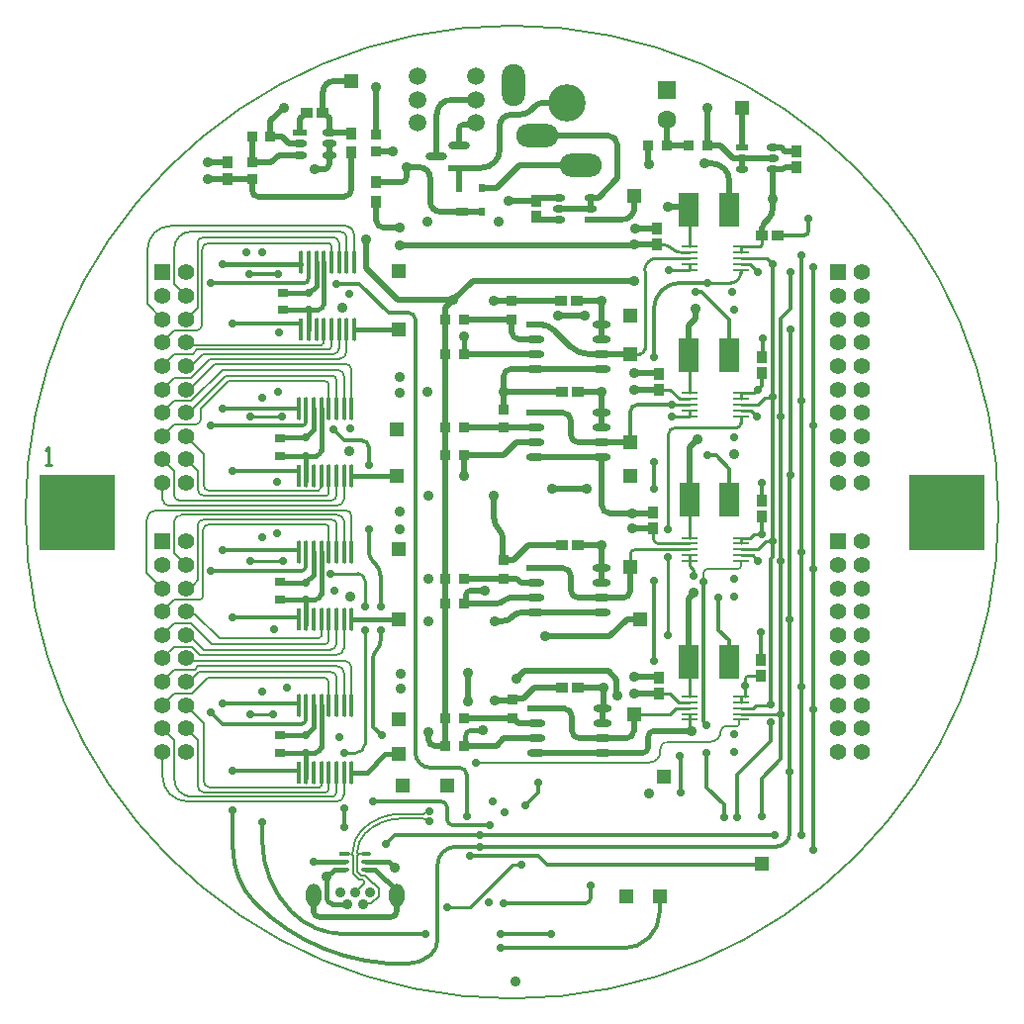
<source format=gtl>
G04*
G04 #@! TF.GenerationSoftware,Altium Limited,Altium Designer,23.3.1 (30)*
G04*
G04 Layer_Physical_Order=1*
G04 Layer_Color=255*
%FSLAX25Y25*%
%MOIN*%
G70*
G04*
G04 #@! TF.SameCoordinates,7FDB2B4D-D7D5-4B3D-9FC9-9F88D19D1CF5*
G04*
G04*
G04 #@! TF.FilePolarity,Positive*
G04*
G01*
G75*
%ADD10C,0.00984*%
%ADD12C,0.01575*%
%ADD13C,0.00787*%
%ADD14C,0.01968*%
%ADD20R,0.03381X0.03591*%
%ADD21R,0.03788X0.03681*%
%ADD22O,0.03300X0.01600*%
%ADD23R,0.03300X0.01600*%
%ADD24R,0.05512X0.00984*%
%ADD25O,0.05512X0.00984*%
%ADD26O,0.04724X0.02362*%
%ADD27R,0.04724X0.02362*%
G04:AMPARAMS|DCode=28|XSize=73.79mil|YSize=24.1mil|CornerRadius=12.05mil|HoleSize=0mil|Usage=FLASHONLY|Rotation=180.000|XOffset=0mil|YOffset=0mil|HoleType=Round|Shape=RoundedRectangle|*
%AMROUNDEDRECTD28*
21,1,0.07379,0.00000,0,0,180.0*
21,1,0.04969,0.02410,0,0,180.0*
1,1,0.02410,-0.02485,0.00000*
1,1,0.02410,0.02485,0.00000*
1,1,0.02410,0.02485,0.00000*
1,1,0.02410,-0.02485,0.00000*
%
%ADD28ROUNDEDRECTD28*%
%ADD29R,0.07379X0.02410*%
%ADD30R,0.03500X0.04000*%
%ADD31R,0.03543X0.03150*%
%ADD32R,0.07087X0.11811*%
%ADD33R,0.03591X0.03970*%
%ADD34R,0.03591X0.04166*%
%ADD35R,0.03591X0.03775*%
%ADD36R,0.04166X0.03591*%
%ADD37R,0.01657X0.07699*%
G04:AMPARAMS|DCode=38|XSize=76.99mil|YSize=16.57mil|CornerRadius=8.28mil|HoleSize=0mil|Usage=FLASHONLY|Rotation=90.000|XOffset=0mil|YOffset=0mil|HoleType=Round|Shape=RoundedRectangle|*
%AMROUNDEDRECTD38*
21,1,0.07699,0.00000,0,0,90.0*
21,1,0.06042,0.01657,0,0,90.0*
1,1,0.01657,0.00000,0.03021*
1,1,0.01657,0.00000,-0.03021*
1,1,0.01657,0.00000,-0.03021*
1,1,0.01657,0.00000,0.03021*
%
%ADD38ROUNDEDRECTD38*%
%ADD39R,0.04134X0.02362*%
%ADD40O,0.04134X0.02362*%
%ADD41R,0.03591X0.03381*%
%ADD42O,0.06102X0.02362*%
%ADD43R,0.06102X0.02362*%
%ADD44R,0.02362X0.02756*%
%ADD45R,0.03937X0.02756*%
%ADD56C,0.06299*%
%ADD57R,0.05512X0.05512*%
%ADD61C,0.05906*%
%ADD67C,0.01181*%
%ADD68C,0.01000*%
%ADD69C,0.03543*%
%ADD70O,0.05118X0.07874*%
%ADD71R,0.05118X0.05118*%
%ADD72R,0.06299X0.06299*%
%ADD73R,0.25591X0.25591*%
%ADD74C,0.05512*%
%ADD75C,0.12598*%
%ADD76O,0.14173X0.07874*%
%ADD77O,0.07874X0.14173*%
%ADD78R,0.05118X0.05118*%
%ADD79C,0.02756*%
D10*
X73794Y77264D02*
G03*
X77067Y80536I0J3272D01*
G01*
X41512Y-12622D02*
G03*
X39862Y-14272I0J-1650D01*
G01*
X47638Y-8957D02*
G03*
X49335Y-10654I1697J0D01*
G01*
X54134Y88583D02*
G03*
X50351Y90150I-3783J-3783D01*
G01*
X54134Y88583D02*
G03*
X56833Y87465I2699J2699D01*
G01*
X43139Y53228D02*
G03*
X44685Y54773I0J1546D01*
G01*
X48882Y85496D02*
G03*
X44685Y81299I0J-4197D01*
G01*
X55020Y28445D02*
G03*
X52658Y26083I0J-2362D01*
G01*
X75689Y28445D02*
G03*
X77067Y29823I0J1378D01*
G01*
X-49508Y-23130D02*
G03*
X-51968Y-20669I-2461J0D01*
G01*
X-52658Y-81201D02*
G03*
X-49508Y-78051I0J3150D01*
G01*
X79815Y-55224D02*
G03*
X78556Y-56484I0J-1259D01*
G01*
X59744Y-73819D02*
Y-69980D01*
Y-16559D02*
Y-14591D01*
Y-18209D02*
Y-16559D01*
X65945Y77264D02*
X73794D01*
X52658Y-41437D02*
Y-15280D01*
X61024Y-21654D02*
Y-19488D01*
X59744Y-18209D02*
X61024Y-19488D01*
X41512Y-12622D02*
X59744D01*
X39862Y-18504D02*
Y-14272D01*
X197Y-118701D02*
X3051D01*
X-14272Y-133169D02*
X197Y-118701D01*
X77067Y-64075D02*
Y-62106D01*
X47638Y-8957D02*
Y-5520D01*
X49335Y-10654D02*
X59744D01*
X48720Y90150D02*
X50351D01*
X56833Y87465D02*
X59744D01*
X44685Y54773D02*
Y81299D01*
X52658Y-5709D02*
Y26083D01*
X55020Y28445D02*
X75689D01*
X77067Y80536D02*
Y81559D01*
X-49508Y-31693D02*
Y-23130D01*
X-61024Y-20669D02*
X-51968D01*
X-56595Y-81201D02*
X-52658D01*
X-21850Y-133169D02*
X-14272D01*
X39764Y53228D02*
X43139D01*
X48882Y85496D02*
X59744D01*
X-49508Y-78051D02*
Y-39665D01*
X41043Y-68012D02*
X53051D01*
X41043D02*
X41043D01*
X82721Y36264D02*
X85094Y38637D01*
X77067Y36264D02*
X82721D01*
X85094Y38637D02*
X87456D01*
X77067Y29823D02*
Y32327D01*
X81363Y40201D02*
X82296Y41134D01*
X77067Y40201D02*
X81363D01*
X78556Y-58551D02*
Y-56484D01*
X78543Y-62106D02*
Y-58563D01*
X79815Y-55224D02*
X83760D01*
X-88284Y-68015D02*
X-80424D01*
X85563Y-9909D02*
X87795D01*
X82850Y-12622D02*
X85563Y-9909D01*
X77067Y-12622D02*
X82850D01*
X81496Y-7382D02*
X84252D01*
X53051Y-68012D02*
X55020Y-66043D01*
X49606Y-61130D02*
X53158D01*
X56102Y-64075D02*
X59744D01*
X53158Y-61130D02*
X56102Y-64075D01*
X55020Y-66043D02*
X59744D01*
X53992Y32327D02*
X59744D01*
X77067Y-68012D02*
X90551D01*
X86767Y-65004D02*
X87106Y-64665D01*
X82141Y-65004D02*
X86767D01*
X81102Y-66043D02*
X82141Y-65004D01*
X78543Y-58563D02*
X78556Y-58551D01*
X77067Y-66043D02*
X81102D01*
X81126Y-14591D02*
X82874Y-16339D01*
X77067Y-14591D02*
X81126D01*
X85862Y85496D02*
X87697Y83661D01*
X77067Y85496D02*
X85862D01*
X77067Y83528D02*
X80252D01*
X82874Y80905D01*
X80568Y34295D02*
X82677Y32186D01*
X77067Y34295D02*
X80568D01*
X-88287Y32186D02*
X-77363D01*
X-88287Y-16437D02*
X-77264D01*
X59744Y32327D02*
Y34295D01*
X77067Y38232D02*
Y40201D01*
X53980Y36264D02*
X59744D01*
X56354Y38232D02*
X59744D01*
X53256Y41331D02*
X56354Y38232D01*
X49606Y41331D02*
X53256D01*
X52819Y81559D02*
X59744D01*
X59744Y4232D02*
X59744Y4232D01*
Y-8685D02*
Y4232D01*
Y89433D02*
Y99409D01*
X59646Y50984D02*
X59744Y50886D01*
Y40201D02*
Y50886D01*
Y81559D02*
Y83528D01*
X77067Y89433D02*
X83528D01*
X84343Y90248D01*
Y93307D01*
X77067Y-10654D02*
Y-8685D01*
X80193D02*
X81496Y-7382D01*
X77067Y-8685D02*
X80193D01*
X59744Y-62106D02*
Y-50689D01*
Y-69980D02*
Y-68012D01*
X77067Y87465D02*
Y89433D01*
D12*
X-13681Y-73524D02*
G03*
X-15707Y-75550I0J-2026D01*
G01*
X-62500Y-129921D02*
G03*
X-60335Y-132087I2165J0D01*
G01*
X-66339Y-29528D02*
G03*
X-64272Y-27461I0J2067D01*
G01*
X-65453Y68105D02*
G03*
X-63386Y70172I0J2067D01*
G01*
X-66142Y18898D02*
G03*
X-64272Y20768I0J1870D01*
G01*
X-66339Y-81102D02*
G03*
X-64272Y-79036I0J2067D01*
G01*
X-13681Y-73524D02*
X-9843D01*
X-15707Y-78175D02*
Y-75550D01*
X-16233Y-78701D02*
X-15707Y-78175D01*
X-46046Y-120420D02*
X-38850Y-127616D01*
X-49200Y-120420D02*
X-46046D01*
X-66929Y-117815D02*
Y-117815D01*
X-56504D01*
X-62402Y-122835D02*
X-59982Y-120415D01*
X-62500Y-129921D02*
Y-122933D01*
X-59982Y-120415D02*
X-56504D01*
X-60335Y-132087D02*
X-55413D01*
X-48820Y-87698D02*
X-42717Y-81595D01*
X-54035Y-87698D02*
X-48820D01*
X-42717Y-81595D02*
X-38287D01*
X-69390Y-29528D02*
X-66339D01*
X-68504Y68105D02*
X-65453D01*
X-69390Y18898D02*
X-66142D01*
X-64272Y20768D02*
Y34942D01*
X-69390Y-81102D02*
X-66339D01*
X-71101Y83563D02*
Y83661D01*
X-97441D02*
X-71101D01*
X-54035Y12302D02*
X-38780D01*
X-49204Y-117815D02*
X-41535D01*
X-39370Y-119980D01*
X-69390Y-89470D02*
Y-87698D01*
X-78002Y-75246D02*
X-69439D01*
X-69390Y-75124D02*
X-66831Y-72565D01*
X-54035Y-36124D02*
X-38091D01*
X-78051Y-23622D02*
X-78018Y-23655D01*
X-69433D01*
X-77165Y74011D02*
X-76974Y73819D01*
X-68405D01*
X-77658Y25197D02*
X-69390D01*
X-66831Y27756D01*
Y34942D01*
Y-72565D02*
Y-65057D01*
X-77101Y68169D02*
X-68696D01*
X-77165Y68105D02*
X-77101Y68169D01*
X-68405Y73819D02*
X-65945Y76279D01*
Y84150D01*
X-64272Y-27461D02*
Y-13483D01*
X-69390Y-37895D02*
Y-36124D01*
X-78051Y-29528D02*
X-69390D01*
X-66831Y-21063D02*
Y-13483D01*
X-69390Y-23622D02*
X-66831Y-21063D01*
X-16237Y53231D02*
Y59249D01*
X-16240Y59252D02*
X-16237Y59249D01*
Y53231D02*
X-16233Y53228D01*
X-38091Y61509D02*
X-38091Y61509D01*
X-53150Y61509D02*
X-38091D01*
X-64272Y-79036D02*
Y-65057D01*
X-63386Y70172D02*
Y84150D01*
X-68504Y61509D02*
Y68105D01*
X-68504Y61509D02*
X-68504Y61509D01*
X-78051Y18898D02*
X-69390D01*
Y12302D02*
Y18898D01*
X-69390Y12302D02*
X-69390Y12302D01*
X-69390Y10530D02*
Y12302D01*
X-69390Y-36124D02*
Y-29528D01*
X-69390Y-36124D02*
X-69390Y-36124D01*
X-69390Y-87698D02*
X-69390Y-87698D01*
Y-81102D01*
X-78051D02*
X-69390D01*
D13*
X75689Y-72146D02*
G03*
X76642Y-71192I0J953D01*
G01*
X-37315Y-103248D02*
G03*
X-49532Y-108296I0J-17310D01*
G01*
X-37325Y-101673D02*
G03*
X-50651Y-107187I11J-18885D01*
G01*
X-49532Y-108296D02*
G03*
X-52067Y-114349I6054J-6092D01*
G01*
X-50651Y-107187D02*
G03*
X-53642Y-114428I7173J-7201D01*
G01*
X-52067Y-114723D02*
G03*
X-51837Y-114984I2177J1684D01*
G01*
X-28709Y-103740D02*
G03*
X-29897Y-103248I-1188J-1188D01*
G01*
X-51837Y-114984D02*
G03*
X-51279Y-115215I557J556D01*
G01*
X-29897Y-101673D02*
G03*
X-28709Y-101181I0J1680D01*
G01*
X-28543Y-103906D02*
G03*
X-27756Y-104232I787J787D01*
G01*
Y-100689D02*
G03*
X-28543Y-101015I0J-1114D01*
G01*
X-53872Y-114984D02*
G03*
X-53642Y-114428I-557J557D01*
G01*
X66043Y-19094D02*
G03*
X64468Y-20669I0J-1575D01*
G01*
X76181Y-19094D02*
G03*
X77067Y-18209I0J886D01*
G01*
X-114764Y96457D02*
G03*
X-122835Y88386I0J-8071D01*
G01*
X-106588Y29533D02*
G03*
X-104823Y31299I0J1766D01*
G01*
X-105412Y-29625D02*
G03*
X-104035Y-28248I0J1376D01*
G01*
X-54035Y-52658D02*
G03*
X-56693Y-50000I-2657J0D01*
G01*
X-56595Y-54134D02*
G03*
X-58760Y-51968I-2165J0D01*
G01*
X-59153Y-55610D02*
G03*
X-60827Y-53937I-1673J0D01*
G01*
X-61713Y-57579D02*
G03*
X-63583Y-55709I-1870J0D01*
G01*
X-59055Y-48130D02*
G03*
X-56595Y-45669I0J2461D01*
G01*
X-61122Y-46358D02*
G03*
X-59153Y-44390I0J1969D01*
G01*
X-62992Y-44587D02*
G03*
X-61713Y-43307I0J1280D01*
G01*
X-65059Y-42618D02*
G03*
X-64272Y-41831I0J787D01*
G01*
X-58957Y-97539D02*
G03*
X-56595Y-95177I0J2362D01*
G01*
X-60728Y-95965D02*
G03*
X-59153Y-94390I0J1575D01*
G01*
X-62795Y-94390D02*
G03*
X-61713Y-93307I0J1083D01*
G01*
X-64961Y-92815D02*
G03*
X-64272Y-92126I0J689D01*
G01*
X-105807Y7480D02*
G03*
X-103839Y5512I1969J0D01*
G01*
Y8858D02*
G03*
X-102252Y7271I1587J0D01*
G01*
X-113779Y5610D02*
G03*
X-112106Y3937I1673J0D01*
G01*
X-117717Y4331D02*
G03*
X-115551Y2165I2165J0D01*
G01*
X-119980Y591D02*
G03*
X-123031Y-2461I0J-3051D01*
G01*
X-111614Y-984D02*
G03*
X-113779Y-3150I0J-2165D01*
G01*
X-102165Y-4134D02*
G03*
X-104035Y-6004I0J-1870D01*
G01*
Y-2559D02*
G03*
X-105807Y-4331I0J-1772D01*
G01*
X-54035Y-1378D02*
G03*
X-56004Y591I-1969J0D01*
G01*
X-56595Y-3051D02*
G03*
X-58661Y-984I-2067J0D01*
G01*
X-59055Y-4134D02*
G03*
X-60630Y-2559I-1575J0D01*
G01*
X-61713Y-5217D02*
G03*
X-62795Y-4134I-1083J0D01*
G01*
X-58858Y2165D02*
G03*
X-56595Y4429I0J2264D01*
G01*
X-60728Y3937D02*
G03*
X-59153Y5512I0J1575D01*
G01*
X-62697D02*
G03*
X-61713Y6496I0J984D01*
G01*
X-65217Y7271D02*
G03*
X-64373Y8115I0J844D01*
G01*
X-64075Y56299D02*
G03*
X-63386Y56988I0J689D01*
G01*
X-62008Y54724D02*
G03*
X-60827Y55905I0J1181D01*
G01*
X-60335Y53150D02*
G03*
X-58268Y55216I0J2067D01*
G01*
Y51575D02*
G03*
X-55709Y54134I0J2559D01*
G01*
X-54035Y47835D02*
G03*
X-56201Y50000I-2165J0D01*
G01*
X-56595Y45768D02*
G03*
X-58760Y47933I-2165J0D01*
G01*
X-59153Y44587D02*
G03*
X-60532Y45965I-1378J0D01*
G01*
X-61713Y42913D02*
G03*
X-62894Y44094I-1181J0D01*
G01*
X-106687Y61030D02*
G03*
X-104331Y63386I0J2356D01*
G01*
X-108169Y94488D02*
G03*
X-113779Y88878I0J-5610D01*
G01*
X-102362Y90551D02*
G03*
X-104331Y88583I0J-1969D01*
G01*
X-104134Y92520D02*
G03*
X-105905Y90748I0J-1772D01*
G01*
X-53150Y93142D02*
G03*
X-56464Y96457I-3315J0D01*
G01*
X-55709Y92421D02*
G03*
X-57776Y94488I-2067J0D01*
G01*
X-58268Y90748D02*
G03*
X-60039Y92520I-1772J0D01*
G01*
X-60827Y89567D02*
G03*
X-61811Y90551I-984J0D01*
G01*
X46332Y-84350D02*
G03*
X50000Y-80682I0J3668D01*
G01*
X52362Y-77362D02*
G03*
X50000Y-79724I0J-2362D01*
G01*
X66831Y-77362D02*
G03*
X70374Y-73819I0J3543D01*
G01*
X72047Y-72146D02*
G03*
X70374Y-73819I0J-1673D01*
G01*
X-103839Y-90748D02*
G03*
X-101772Y-92815I2067J0D01*
G01*
X-105807Y-92520D02*
G03*
X-103937Y-94390I1870J0D01*
G01*
X-117717Y-89056D02*
G03*
X-109234Y-97539I8483J0D01*
G01*
X-113779Y-89961D02*
G03*
X-107776Y-95965I6004J0D01*
G01*
X-12303Y-84350D02*
X-12303Y-84350D01*
X46332D01*
X72047Y-72146D02*
X75689D01*
X76642Y-71192D02*
Y-70071D01*
X-37318Y-101673D02*
X-29897D01*
X-37315Y-103248D02*
X-29897D01*
X-37325Y-101673D02*
X-37318Y-101673D01*
X-52067Y-114723D02*
Y-114349D01*
X-28709Y-103740D02*
X-28543Y-103906D01*
X-51279Y-115215D02*
X-49204D01*
X-51837Y-114984D02*
X-51837Y-114984D01*
X-28709Y-101181D02*
X-28543Y-101015D01*
X-56504Y-115215D02*
X-54429D01*
X-44783Y-129373D02*
Y-126927D01*
X-52067Y-121204D02*
Y-115676D01*
X-51606Y-115215D01*
X-46797Y-125197D02*
X-46513D01*
X-44783Y-126927D01*
X-49598Y-122396D02*
X-46797Y-125197D01*
X-47343Y-131932D02*
X-44783Y-129373D01*
X-50140Y-131932D02*
X-47343D01*
X-50875Y-122396D02*
X-49598D01*
X-52067Y-121204D02*
X-50875Y-122396D01*
X-50295Y-132087D02*
X-50140Y-131932D01*
X-50250Y-123971D02*
X-49789Y-124432D01*
X-51527Y-123971D02*
X-50250D01*
X-49789Y-125084D02*
Y-124432D01*
X-52854Y-128150D02*
X-49789Y-125084D01*
X-53642Y-121856D02*
Y-115676D01*
X-54103Y-115215D02*
X-53642Y-115676D01*
Y-121856D02*
X-51527Y-123971D01*
X64468Y-23622D02*
Y-20669D01*
X66043Y-19094D02*
X76181D01*
X-122835Y70085D02*
Y88386D01*
Y70085D02*
X-117717Y64967D01*
X-113779Y29533D02*
X-106588D01*
X-113779Y-29625D02*
X-105412D01*
X-104035Y-28248D02*
Y-6004D01*
X-108200Y-50000D02*
X-56693D01*
X-54035Y-65057D02*
Y-52658D01*
X-56595Y-65057D02*
Y-54134D01*
X-105703Y-51968D02*
X-58760D01*
X-59153Y-65057D02*
Y-55610D01*
X-105444Y-53937D02*
X-60827D01*
X-102362Y-55709D02*
X-63583D01*
X-61713Y-65057D02*
Y-57579D01*
X-105020Y-48130D02*
X-59055D01*
X-56595Y-45669D02*
Y-36124D01*
X-103974Y-46358D02*
X-61122D01*
X-101044Y-44587D02*
X-62992D01*
X-98622Y-42618D02*
X-65059D01*
X-61713Y-43307D02*
Y-36124D01*
X-59153Y-44390D02*
Y-36124D01*
X-109234Y-97539D02*
X-58957D01*
X-107776Y-95965D02*
X-60728D01*
X-103937Y-94390D02*
X-62795D01*
X-61713Y-93307D02*
Y-87698D01*
X-59153Y-94390D02*
Y-87698D01*
X-56595Y-95177D02*
Y-87698D01*
X-101772Y-92815D02*
X-64961D01*
X-109843Y17722D02*
X-105807Y13687D01*
Y7480D02*
Y13687D01*
X-103839Y8858D02*
Y19593D01*
X-102252Y7271D02*
X-65217D01*
X-103839Y5512D02*
X-62697D01*
X-113779Y5610D02*
Y13785D01*
X-112106Y3937D02*
X-60728D01*
X-117717Y4331D02*
Y9849D01*
X-115551Y2165D02*
X-58858D01*
X-123031Y-20372D02*
Y-2461D01*
X-119980Y591D02*
X-56004D01*
X-111614Y-984D02*
X-58661D01*
X-113779Y-13876D02*
Y-3150D01*
X-102165Y-4134D02*
X-62795D01*
X-104035Y-2559D02*
X-60630D01*
X-105807Y-22933D02*
Y-4331D01*
X-54035Y-13483D02*
Y-1378D01*
X-56595Y-13483D02*
Y-3051D01*
X-59055Y-13384D02*
Y-4134D01*
X-61713Y-13483D02*
Y-5217D01*
X-59153Y5512D02*
Y12302D01*
X-56595Y4429D02*
Y12302D01*
X-109049Y56299D02*
X-64075D01*
X-106004Y54724D02*
X-62008D01*
X-60827Y55905D02*
Y61509D01*
X-104232Y53150D02*
X-60335D01*
X-58268Y55216D02*
Y61509D01*
X-101839Y51575D02*
X-58268D01*
X-55709Y54134D02*
Y61509D01*
X-54035Y34942D02*
Y47835D01*
X-100000Y50000D02*
X-56201D01*
X-56595Y34942D02*
Y45768D01*
X-97638Y47933D02*
X-58760D01*
X-59153Y34942D02*
Y44587D01*
X-96358Y45965D02*
X-60532D01*
X-61713Y34942D02*
Y42913D01*
X-95472Y44094D02*
X-62894D01*
X-104823Y31299D02*
Y34744D01*
X-104331Y63386D02*
Y88583D01*
X-111473Y61030D02*
X-106687D01*
X-113779Y76778D02*
X-109843Y72841D01*
X-114764Y96457D02*
X-56464D01*
X-108169Y94488D02*
X-57776D01*
X-113779Y76778D02*
Y88878D01*
X-102362Y90551D02*
X-61811D01*
X-105905Y68904D02*
Y90748D01*
X-104134Y92520D02*
X-60039D01*
X-53150Y84150D02*
Y93142D01*
X-55709Y84150D02*
Y92421D01*
X-58268Y84150D02*
Y90748D01*
X-60827Y84150D02*
Y89567D01*
X50000Y-80682D02*
Y-79724D01*
X52362Y-77362D02*
X66831D01*
X-103839Y-90748D02*
Y-71061D01*
X-105807Y-92520D02*
Y-76967D01*
X-64272Y-41831D02*
Y-36124D01*
X-108133Y-37499D02*
X-101044Y-44587D01*
X-106775Y-34465D02*
X-98622Y-42618D01*
X-108939Y-34465D02*
X-106775D01*
X-64272Y-92126D02*
Y-87698D01*
X-117717Y-89056D02*
Y-80806D01*
X-113779Y-89961D02*
Y-76869D01*
X-107774Y-61120D02*
X-102362Y-55709D01*
X-113779Y-61120D02*
X-107774D01*
X-108268Y-53248D02*
X-106982D01*
X-105703Y-51968D01*
X-108691Y-57183D02*
X-105444Y-53937D01*
X-113779Y-53246D02*
X-108269D01*
X-117717Y-57183D02*
X-113779Y-53246D01*
X-108269D02*
X-108268Y-53248D01*
X-108891Y-49310D02*
X-108200Y-50000D01*
X-107777Y-45373D02*
X-105020Y-48130D01*
X-108897Y-41436D02*
X-103974Y-46358D01*
X-109843Y-65057D02*
X-103839Y-71061D01*
X-109843Y64967D02*
X-105905Y68904D01*
X-111473Y-45373D02*
X-107777D01*
X-109843Y-41436D02*
X-108897D01*
X-113779Y-37499D02*
X-108133D01*
X-109843Y-72932D02*
X-105807Y-76967D01*
X-109843Y25596D02*
X-103839Y19593D01*
X-108852Y33470D02*
X-96358Y45965D01*
X-104823Y34744D02*
X-95472Y44094D01*
X-107259Y50122D02*
X-104232Y53150D01*
X-108939Y50122D02*
X-107259D01*
X-107573Y53156D02*
X-106004Y54724D01*
X-109843Y49219D02*
X-108939Y50122D01*
X-113779Y53156D02*
X-107573D01*
X-117717Y49219D02*
X-113779Y53156D01*
X-108163Y37407D02*
X-97638Y47933D01*
X-113779Y37407D02*
X-108163D01*
X-108655Y41345D02*
X-100000Y50000D01*
X-109843Y41345D02*
X-108655D01*
X-111473Y45282D02*
X-108133D01*
X-101839Y51575D01*
X-107205Y-24331D02*
X-105807Y-22933D01*
X-113779Y-13876D02*
X-109843Y-17813D01*
X-123031Y-20372D02*
X-117717Y-25688D01*
X-107208Y-24331D02*
X-107205D01*
X-108564Y-25688D02*
X-107208Y-24331D01*
X-113779Y61030D02*
X-111473D01*
X-111473Y61030D01*
X-117717Y57093D02*
X-113779Y61030D01*
Y45282D02*
X-111473D01*
X-111473Y45282D01*
X-117717Y41345D02*
X-113779Y45282D01*
X-117717Y33470D02*
X-113779Y37407D01*
X-117717Y25596D02*
X-113779Y29533D01*
X-64373Y12200D02*
X-64272Y12302D01*
X-64373Y8115D02*
Y12200D01*
X-117717Y17722D02*
X-113779Y13785D01*
X-61713Y6496D02*
Y12302D01*
X-117717Y-72932D02*
X-113779Y-76869D01*
X-117717Y-65057D02*
X-113779Y-61120D01*
X-111473Y-45373D02*
X-111473Y-45373D01*
X-113779Y-45373D02*
X-111473D01*
X-117717Y-49310D02*
X-113779Y-45373D01*
X-117717Y-41436D02*
X-113779Y-37499D01*
X-117717Y-33562D02*
X-113779Y-29625D01*
X77067Y-18209D02*
Y-16559D01*
X-63386Y56988D02*
Y61509D01*
X-59153Y-13483D02*
X-59055Y-13384D01*
X163878Y0D02*
G03*
X163878Y0I-163878J0D01*
G01*
D14*
X-60039Y145177D02*
G03*
X-63673Y141543I0J-3634D01*
G01*
X-10375Y115945D02*
G03*
X-4134Y122186I0J6241D01*
G01*
X73228Y111558D02*
G03*
X67365Y117421I-5863J0D01*
G01*
X-198Y48228D02*
G03*
X-2953Y45472I0J-2755D01*
G01*
X47433Y-394D02*
G03*
X47638Y-189I0J205D01*
G01*
X47736Y-73819D02*
G03*
X45866Y-75689I0J-1870D01*
G01*
X43839Y-81260D02*
G03*
X45866Y-79232I0J2028D01*
G01*
X30283Y2198D02*
G03*
X32874Y-394I2592J0D01*
G01*
X3011Y-33898D02*
G03*
X492Y-34941I0J-3562D01*
G01*
X-3051Y-36713D02*
G03*
X-27Y-35460I0J4277D01*
G01*
X-45669Y98138D02*
G03*
X-43406Y95874I2264J0D01*
G01*
X-3044Y-9151D02*
G03*
X-4429Y-5807I-4729J0D01*
G01*
X-6004Y-2005D02*
G03*
X-4429Y-5807I5377J0D01*
G01*
X-27559Y112516D02*
G03*
X-31185Y116142I-3626J0D01*
G01*
X-27559Y104626D02*
G03*
X-24114Y101181I3445J0D01*
G01*
X37539Y-28898D02*
G03*
X39764Y-26673I0J2224D01*
G01*
X19783Y-21358D02*
G03*
X17323Y-18898I-2461J0D01*
G01*
X19783Y-26358D02*
G03*
X22323Y-28898I2539J0D01*
G01*
X-37402Y111024D02*
G03*
X-35433Y112992I0J1969D01*
G01*
X36909Y98425D02*
G03*
X41339Y102854I0J4429D01*
G01*
X-27349Y-78270D02*
G03*
X-26102Y-78720I1246J1498D01*
G01*
X-28051Y-76772D02*
G03*
X-27601Y-78018I1949J0D01*
G01*
X86516Y98917D02*
G03*
X87795Y102006I-3089J3089D01*
G01*
X85033Y97435D02*
G03*
X84343Y95768I1667J-1667D01*
G01*
X14665Y60925D02*
G03*
X9107Y63228I-5559J-5559D01*
G01*
X19980Y55610D02*
G03*
X25732Y53228I5752J5752D01*
G01*
X19783Y25964D02*
G03*
X22323Y23424I2539J0D01*
G01*
X19783Y30964D02*
G03*
X17323Y33424I-2461J0D01*
G01*
X-98Y60630D02*
G03*
X2304Y58228I2402J0D01*
G01*
X10236Y137795D02*
G03*
X7884Y136821I0J-3327D01*
G01*
X2461Y133858D02*
G03*
X6661Y135598I0J5940D01*
G01*
X-394Y133858D02*
G03*
X-4134Y130118I0J-3740D01*
G01*
X-16094Y130658D02*
G03*
X-17972Y128780I0J-1878D01*
G01*
X-20276Y138976D02*
G03*
X-25335Y133917I0J-5060D01*
G01*
X38504Y-76260D02*
G03*
X41043Y-73721I0J2539D01*
G01*
X20177Y-68721D02*
G03*
X17717Y-66260I-2461J0D01*
G01*
X20177Y-73721D02*
G03*
X22717Y-76260I2539J0D01*
G01*
X-13981Y-26476D02*
G03*
X-15555Y-28051I0J-1575D01*
G01*
X-661Y-28898D02*
G03*
X-2657Y-29724I0J-2823D01*
G01*
X-5271Y-30807D02*
G03*
X-2657Y-29724I0J3697D01*
G01*
X-56496Y106299D02*
G03*
X-54035Y108760I0J2461D01*
G01*
X-87500Y108169D02*
G03*
X-85630Y106299I1870J0D01*
G01*
X-63386Y115354D02*
G03*
X-61614Y117126I0J1772D01*
G01*
X35433Y123917D02*
G03*
X32579Y126772I-2854J0D01*
G01*
X-40846Y-136516D02*
G03*
X-38780Y-134449I0J2067D01*
G01*
X-66929Y-134350D02*
G03*
X-64764Y-136516I2165J0D01*
G01*
X-63673Y134646D02*
Y141543D01*
X-60039Y145177D02*
X-54035D01*
X2657Y116929D02*
X23228D01*
X-5217Y109055D02*
X2657Y116929D01*
X-10236Y109055D02*
X-5217D01*
X-17937Y115945D02*
X-10375D01*
X-4134Y122186D02*
Y130118D01*
X52658Y102953D02*
X57382D01*
X57972Y103543D01*
X-49016Y82087D02*
X-38583Y71653D01*
X-49016Y82087D02*
Y91929D01*
X64862Y117421D02*
X67365D01*
X73228Y101870D02*
Y111558D01*
X-198Y48228D02*
X7842D01*
X30283Y2198D02*
Y18424D01*
X-2953Y40650D02*
Y45472D01*
X40650Y-394D02*
X47433D01*
X47736Y-73819D02*
X59744D01*
X45866Y-79232D02*
Y-75689D01*
X30676Y-81260D02*
X43839D01*
X32874Y-394D02*
X40650D01*
X-3044Y-16188D02*
Y-9151D01*
X3011Y-33898D02*
X7842D01*
X-27Y-35460D02*
X492Y-34941D01*
X-43406Y95874D02*
X-37984D01*
X-45669Y98138D02*
Y104524D01*
X-6004Y-2005D02*
Y5413D01*
X-5906Y-36713D02*
X-3051D01*
X-13287Y77854D02*
X41142D01*
X-19685Y71457D02*
X-13287Y77854D01*
X-45669Y127270D02*
Y143209D01*
X59744Y21752D02*
X62598Y24606D01*
X59744Y4232D02*
Y21752D01*
X4139Y-53440D02*
X32377D01*
X1476Y-56102D02*
X4139Y-53440D01*
X-16233Y-78701D02*
X-5177D01*
X-2696Y-76220D01*
X8195D01*
X-35433Y116142D02*
X-31185D01*
X-27559Y104626D02*
Y112516D01*
X-24114Y101181D02*
X-16929D01*
X-10236D01*
X19783Y-26358D02*
Y-21358D01*
X7842Y-18898D02*
X17323D01*
X30283Y-28898D02*
X37539D01*
X22323D02*
X30283D01*
X59350Y-29204D02*
X61024Y-27531D01*
X59350Y-50295D02*
Y-29204D01*
X655Y-62875D02*
X3759D01*
X7441Y-59193D02*
X16791D01*
X3759Y-62875D02*
X7441Y-59193D01*
X41433Y95575D02*
X48626D01*
X-45669Y111024D02*
X-37402D01*
X-35433Y112992D02*
Y116142D01*
X36902Y98433D02*
X36909Y98425D01*
X41339Y102854D02*
Y106398D01*
X26378Y98433D02*
X36902D01*
X40650Y-5512D02*
X47630D01*
X59350Y-50295D02*
X59547Y-50492D01*
Y62697D02*
X62008Y65158D01*
Y68405D01*
X-27601Y-78018D02*
X-27349Y-78270D01*
X-28051Y-76772D02*
Y-74311D01*
X-26102Y-78720D02*
X-22369D01*
X11319Y-41831D02*
X32972D01*
X38730Y-36074D01*
X-38583Y71653D02*
X-19882D01*
X85033Y97435D02*
X86516Y98917D01*
X84343Y93307D02*
Y95768D01*
X14665Y60925D02*
X19980Y55610D01*
X25732Y53228D02*
X30283D01*
X15404Y66092D02*
X24557D01*
X22323Y23424D02*
X30283D01*
X7842Y33424D02*
X17323D01*
X19783Y25964D02*
Y30964D01*
X38730Y-36074D02*
X43207D01*
X2304Y58228D02*
X7842D01*
X-98Y60630D02*
Y64967D01*
X29020Y105989D02*
X35433Y112402D01*
Y123917D01*
X26453Y105989D02*
X29020D01*
X10236Y137795D02*
X18504D01*
X-394Y133858D02*
X2461D01*
X6661Y135598D02*
X7884Y136821D01*
X-17972Y123425D02*
Y128780D01*
X-16094Y130658D02*
X-12649D01*
X-25335Y119685D02*
Y133917D01*
X-20276Y138976D02*
X-12205D01*
X70276Y123425D02*
X74508Y119193D01*
X77461D01*
X65762Y123425D02*
X70276D01*
X30676Y-76260D02*
X38504D01*
X41043Y-73721D02*
Y-68012D01*
X20177Y-73721D02*
Y-68721D01*
X8235Y-66260D02*
X17717D01*
X22717Y-76260D02*
X30676D01*
X39764Y-26673D02*
Y-18602D01*
X-15555Y-30129D02*
Y-28051D01*
X-13981Y-26476D02*
X-9252D01*
X-661Y-28898D02*
X7842D01*
X-16233Y-30807D02*
X-5271D01*
X1529Y-22395D02*
X3032Y-23898D01*
X-2953Y-22395D02*
X1529D01*
X3032Y-23898D02*
X7842D01*
X59744Y-73819D02*
X60532D01*
X-85630Y106299D02*
X-56496D01*
X-54035Y108760D02*
Y121160D01*
X-87500Y108169D02*
Y112175D01*
X-66535Y115354D02*
X-63386D01*
X8661Y126772D02*
X32579D01*
X-5709Y-63386D02*
X144D01*
X-58268Y-136516D02*
X-40846D01*
X-38780Y-134449D02*
Y-129016D01*
X-66929Y-134350D02*
Y-129016D01*
X-64764Y-136516D02*
X-58268D01*
X-58268Y-136516D01*
X30283Y23424D02*
X39764D01*
X35335Y-61614D02*
Y-56398D01*
Y-61614D02*
X35433Y-61713D01*
X32377Y-53440D02*
X35335Y-56398D01*
X22148Y-59220D02*
X30676D01*
X30709Y-66227D02*
Y-59252D01*
X-22354Y-69346D02*
Y-30811D01*
X-22358Y-69350D02*
X-22354Y-69346D01*
Y-30811D02*
X-22349Y-30807D01*
X-16233D02*
X-15555Y-30129D01*
X13386Y7874D02*
X25295D01*
X-16233Y19193D02*
X-16188Y19147D01*
Y12349D02*
Y19147D01*
Y12349D02*
X-16142Y12303D01*
X-37598Y89961D02*
X41142D01*
X21769Y71073D02*
X30207D01*
X21760Y71082D02*
X21769Y71073D01*
X-22349Y68792D02*
X-19685Y71457D01*
X-22349Y53228D02*
Y68792D01*
X-14862Y-63878D02*
Y-54035D01*
X642Y-16188D02*
X5610Y-11220D01*
X16823D01*
X30217Y-18832D02*
Y-11220D01*
X22153D02*
X30217D01*
X30283Y-23898D02*
Y-18898D01*
X-45669Y104524D02*
Y104657D01*
X-2861Y-16188D02*
X642D01*
X41342Y90153D02*
X48717D01*
X7842Y-33898D02*
X30283D01*
Y23424D02*
X30283Y23424D01*
X-61614Y117126D02*
Y120276D01*
Y124016D01*
X-95768Y112175D02*
X-87500D01*
X59547Y52854D02*
Y62697D01*
X46010Y117375D02*
Y123373D01*
X87795Y102006D02*
Y105512D01*
X87845Y105561D02*
Y115404D01*
X-1272Y104831D02*
X8194D01*
X9013Y105913D02*
X15945D01*
X-102348Y112190D02*
X-95782D01*
X-95768Y112175D01*
X49319Y-55512D02*
X49606Y-55799D01*
X41339Y-55512D02*
X49319D01*
X41339Y-61024D02*
X49500D01*
X41433Y46756D02*
X49512D01*
X41342Y41335D02*
X49602D01*
X-45669Y121548D02*
X-45666Y121552D01*
X-40259D01*
X-22349Y28424D02*
Y53228D01*
Y28424D02*
X-22349Y28424D01*
X-22349Y-30807D02*
Y-22441D01*
X65755Y123432D02*
Y136312D01*
X-17937Y115945D02*
X-17717Y115724D01*
X-17972Y115945D02*
X-17937D01*
X-17717Y109055D02*
Y115724D01*
X-61566Y127708D02*
X-54084D01*
X-61614Y127756D02*
X-61566Y127708D01*
X-63386Y134646D02*
X-61614Y132874D01*
Y127756D02*
Y132874D01*
X-71457Y132480D02*
X-69291Y134646D01*
X-71457Y127756D02*
Y132480D01*
X-77461Y126378D02*
X-75098Y124016D01*
X-71457D01*
X-81384Y126378D02*
X-77461D01*
X-81384D02*
Y131706D01*
X-76772Y136319D01*
X-102355Y117709D02*
X-95775D01*
X-78543Y120276D02*
X-71457D01*
X-81011Y117808D02*
X-78543Y120276D01*
X-87500Y117808D02*
X-81011D01*
X77444Y122949D02*
Y136007D01*
X30283Y53228D02*
X39764D01*
X30283Y53228D02*
X30283Y53228D01*
X30250Y63261D02*
Y71030D01*
X30283Y28424D02*
Y33424D01*
X30299Y33441D01*
Y40633D01*
X22252Y40650D02*
X30315D01*
X9013Y98433D02*
X15945D01*
X26378Y102173D02*
Y105913D01*
X15945Y102173D02*
X26378D01*
X92094Y116339D02*
X95858D01*
X95866Y116331D01*
X87969Y115528D02*
X91283D01*
X92094Y116339D01*
X91897Y121653D02*
X95858D01*
X87969Y122858D02*
X90693D01*
X91897Y121653D01*
X77461Y119193D02*
X87894D01*
X77461Y115453D02*
Y119193D01*
X52074Y123425D02*
Y132087D01*
Y123425D02*
X59646D01*
X-87500Y117808D02*
Y126378D01*
X-95768Y112175D02*
X-95768Y112175D01*
X-16233Y19193D02*
X-2854D01*
X1377Y23424D01*
X7842D01*
X-16233Y53228D02*
X7842D01*
X-2953Y40650D02*
X16921D01*
X-2953Y34540D02*
Y40650D01*
X-98Y71082D02*
X16429D01*
X-5964Y71122D02*
X-138D01*
X-16233Y64967D02*
X-98D01*
X-22349Y-22441D02*
Y19193D01*
X-22349Y19193D01*
Y28424D01*
X-2953D02*
X7842D01*
X-16233D02*
X-2953D01*
X7832Y18415D02*
X7842Y18424D01*
X30676Y-71260D02*
Y-66260D01*
X1107Y-70107D02*
X2260Y-71260D01*
X8235D01*
X-16242Y-69350D02*
X295D01*
X-22354Y-78697D02*
Y-69355D01*
X8235Y-81260D02*
X30676D01*
X-16211Y-22418D02*
X-2976D01*
X7842Y18424D02*
X30283D01*
Y58228D02*
Y63228D01*
X7842Y48228D02*
X30283D01*
D20*
X-81384Y126378D02*
D03*
X-87500D02*
D03*
X45958Y123425D02*
D03*
X52074D02*
D03*
X59646D02*
D03*
X65762D02*
D03*
X-16233Y64967D02*
D03*
X-22349D02*
D03*
Y53228D02*
D03*
X-16233D02*
D03*
X-22349Y28424D02*
D03*
X-16233D02*
D03*
X-16233Y19193D02*
D03*
X-22349D02*
D03*
Y-22441D02*
D03*
X-16233D02*
D03*
Y-30807D02*
D03*
X-22349D02*
D03*
X-22358Y-69350D02*
D03*
X-16242D02*
D03*
X-16233Y-78701D02*
D03*
X-22349D02*
D03*
D21*
X-87500Y117808D02*
D03*
Y112175D02*
D03*
D22*
X-56504Y-117815D02*
D03*
X-49204Y-120415D02*
D03*
X-56504D02*
D03*
X-49204Y-117815D02*
D03*
Y-115215D02*
D03*
D23*
X-56504D02*
D03*
D24*
X59744Y-62106D02*
D03*
Y89433D02*
D03*
Y40201D02*
D03*
Y-8685D02*
D03*
D25*
Y-64075D02*
D03*
Y-66043D02*
D03*
Y-68012D02*
D03*
Y-69980D02*
D03*
X77067Y-62106D02*
D03*
Y-64075D02*
D03*
Y-66043D02*
D03*
Y-68012D02*
D03*
Y-69980D02*
D03*
Y81559D02*
D03*
Y83528D02*
D03*
Y85496D02*
D03*
Y87465D02*
D03*
Y89433D02*
D03*
X59744Y81559D02*
D03*
Y83528D02*
D03*
Y85496D02*
D03*
Y87465D02*
D03*
Y38232D02*
D03*
Y36264D02*
D03*
Y34295D02*
D03*
Y32327D02*
D03*
X77067Y40201D02*
D03*
Y38232D02*
D03*
Y36264D02*
D03*
Y34295D02*
D03*
Y32327D02*
D03*
Y-16559D02*
D03*
Y-14591D02*
D03*
Y-12622D02*
D03*
Y-10654D02*
D03*
Y-8685D02*
D03*
X59744Y-16559D02*
D03*
Y-14591D02*
D03*
Y-12622D02*
D03*
Y-10654D02*
D03*
D26*
X-61614Y120276D02*
D03*
Y124016D02*
D03*
Y127756D02*
D03*
X-71457Y120276D02*
D03*
Y124016D02*
D03*
D27*
Y127756D02*
D03*
D28*
X-17972Y123425D02*
D03*
X-25335Y119685D02*
D03*
D29*
X-17972Y115945D02*
D03*
D30*
X-45669Y104524D02*
D03*
Y111024D02*
D03*
X-54035Y127659D02*
D03*
Y121160D02*
D03*
D31*
X-78051Y-75197D02*
D03*
Y-81102D02*
D03*
X-77165Y68105D02*
D03*
Y74011D02*
D03*
X-78051Y18898D02*
D03*
Y24803D02*
D03*
Y-29528D02*
D03*
Y-23622D02*
D03*
D32*
X59646Y101870D02*
D03*
X73228D02*
D03*
X73130Y52854D02*
D03*
X59547D02*
D03*
X59744Y4232D02*
D03*
X73327D02*
D03*
X59547Y-50492D02*
D03*
X73130D02*
D03*
D33*
X-95768Y112175D02*
D03*
Y117702D02*
D03*
D34*
X49606Y-61130D02*
D03*
Y-55799D02*
D03*
X95866Y121661D02*
D03*
Y116331D02*
D03*
X8202Y99508D02*
D03*
Y104839D02*
D03*
X48720Y95480D02*
D03*
Y90150D02*
D03*
X84252Y52075D02*
D03*
Y46744D02*
D03*
X49606Y46661D02*
D03*
Y41331D02*
D03*
X84252Y-1386D02*
D03*
Y3945D02*
D03*
X47638Y-189D02*
D03*
Y-5520D02*
D03*
X83760Y-49894D02*
D03*
Y-55224D02*
D03*
D35*
X-45669Y127270D02*
D03*
Y121548D02*
D03*
D36*
X-69004Y134646D02*
D03*
X-63673D02*
D03*
X89673Y93307D02*
D03*
X84343D02*
D03*
X16823Y-11220D02*
D03*
X22153D02*
D03*
X16791Y-59193D02*
D03*
X22121D02*
D03*
X16429Y71082D02*
D03*
X21760D02*
D03*
X16921Y40650D02*
D03*
X22252D02*
D03*
D37*
X-71063Y61509D02*
D03*
X-71949Y12302D02*
D03*
Y-36124D02*
D03*
Y-87698D02*
D03*
D38*
X-68504Y61509D02*
D03*
X-65945D02*
D03*
X-63386D02*
D03*
X-60827D02*
D03*
X-58268D02*
D03*
X-55709D02*
D03*
X-53150D02*
D03*
Y84150D02*
D03*
X-55709D02*
D03*
X-58268D02*
D03*
X-60827D02*
D03*
X-63386D02*
D03*
X-65945D02*
D03*
X-68504D02*
D03*
X-71063D02*
D03*
X-71949Y34942D02*
D03*
X-69390D02*
D03*
X-66831D02*
D03*
X-64272D02*
D03*
X-61713D02*
D03*
X-59153D02*
D03*
X-56595D02*
D03*
X-54035D02*
D03*
Y12302D02*
D03*
X-56595D02*
D03*
X-59153D02*
D03*
X-61713D02*
D03*
X-64272D02*
D03*
X-66831D02*
D03*
X-69390D02*
D03*
Y-36124D02*
D03*
X-66831D02*
D03*
X-64272D02*
D03*
X-61713D02*
D03*
X-59153D02*
D03*
X-56595D02*
D03*
X-54035D02*
D03*
Y-13483D02*
D03*
X-56595D02*
D03*
X-59153D02*
D03*
X-61713D02*
D03*
X-64272D02*
D03*
X-66831D02*
D03*
X-69390D02*
D03*
X-71949D02*
D03*
Y-65057D02*
D03*
X-69390D02*
D03*
X-66831D02*
D03*
X-64272D02*
D03*
X-61713D02*
D03*
X-59153D02*
D03*
X-56595D02*
D03*
X-54035D02*
D03*
Y-87698D02*
D03*
X-56595D02*
D03*
X-59153D02*
D03*
X-61713D02*
D03*
X-64272D02*
D03*
X-66831D02*
D03*
X-69390D02*
D03*
D39*
X77461Y122933D02*
D03*
X26378Y98433D02*
D03*
D40*
X87894Y115453D02*
D03*
Y122933D02*
D03*
X77461Y119193D02*
D03*
Y115453D02*
D03*
X87894Y119193D02*
D03*
X15945Y105913D02*
D03*
Y98433D02*
D03*
X26378Y102173D02*
D03*
Y105913D02*
D03*
X15945Y102173D02*
D03*
D41*
X-98Y71082D02*
D03*
Y64967D02*
D03*
X-2953Y34540D02*
D03*
Y28424D02*
D03*
X-2953Y-22395D02*
D03*
Y-16280D02*
D03*
X295Y-63235D02*
D03*
Y-69350D02*
D03*
D42*
X30283Y48228D02*
D03*
Y53228D02*
D03*
Y58228D02*
D03*
Y63228D02*
D03*
X7842Y48228D02*
D03*
Y53228D02*
D03*
Y58228D02*
D03*
Y28424D02*
D03*
Y23424D02*
D03*
Y18424D02*
D03*
X30283Y33424D02*
D03*
Y28424D02*
D03*
Y23424D02*
D03*
Y18424D02*
D03*
Y-33898D02*
D03*
Y-28898D02*
D03*
Y-23898D02*
D03*
Y-18898D02*
D03*
X7842Y-33898D02*
D03*
Y-28898D02*
D03*
Y-23898D02*
D03*
X30676Y-81260D02*
D03*
Y-76260D02*
D03*
Y-71260D02*
D03*
Y-66260D02*
D03*
X8235Y-81260D02*
D03*
Y-76260D02*
D03*
Y-71260D02*
D03*
D43*
X7842Y63228D02*
D03*
Y33424D02*
D03*
Y-18898D02*
D03*
X8235Y-66260D02*
D03*
D44*
X-10236Y101181D02*
D03*
X-17717Y109055D02*
D03*
X-10236D02*
D03*
D45*
X-16929Y101181D02*
D03*
D56*
X52074Y132087D02*
D03*
D57*
X-117717Y-9939D02*
D03*
X109843Y80701D02*
D03*
Y-9939D02*
D03*
X-117717Y80715D02*
D03*
D61*
X-12205Y146850D02*
D03*
Y138976D02*
D03*
Y131102D02*
D03*
X-31890Y146850D02*
D03*
Y138976D02*
D03*
Y131102D02*
D03*
D67*
X37609Y-146949D02*
G03*
X49723Y-134835I0J12113D01*
G01*
X56790Y77264D02*
G03*
X47736Y68210I0J-9054D01*
G01*
X-70177Y77067D02*
G03*
X-68504Y78740I0J1673D01*
G01*
X-70965Y29035D02*
G03*
X-69390Y30610I0J1575D01*
G01*
X-71161Y-19882D02*
G03*
X-69390Y-18110I0J1772D01*
G01*
X-70866Y-71358D02*
G03*
X-69390Y-69882I0J1476D01*
G01*
X-21852Y-99606D02*
G03*
X-24018Y-97441I-2165J0D01*
G01*
X-45768Y-46752D02*
G03*
X-44291Y-43188I-3564J3564D01*
G01*
Y-21570D02*
G03*
X-45972Y-17512I-5739J0D01*
G01*
X-45768Y-46752D02*
G03*
X-46752Y-49128I2376J-2376D01*
G01*
X-21852Y-103543D02*
G03*
X-19884Y-105512I1969J0D01*
G01*
X-48228Y21752D02*
G03*
X-50590Y24114I-2362J0D01*
G01*
X-48228Y-13168D02*
G03*
X-46752Y-16732I5041J0D01*
G01*
X42421Y36220D02*
G03*
X39764Y33563I0J-2657D01*
G01*
X-84153Y-110689D02*
G03*
X-74197Y-134785I34621J200D01*
G01*
X-74197Y-134785D02*
G03*
X-56179Y-142224I17985J18020D01*
G01*
X-15256Y-88583D02*
G03*
X-17717Y-86122I-2461J0D01*
G01*
X-32579Y64862D02*
G03*
X-34843Y67126I-2264J0D01*
G01*
X-32579Y-81004D02*
G03*
X-27461Y-86122I5118J0D01*
G01*
X24596Y-131890D02*
G03*
X26575Y-129911I0J1979D01*
G01*
X89075Y-112697D02*
G03*
X93510Y-108262I0J4435D01*
G01*
X-18799Y-112697D02*
G03*
X-25098Y-118996I0J-6299D01*
G01*
X98524Y93307D02*
G03*
X100000Y94784I0J1476D01*
G01*
X-27268Y-149126D02*
G03*
X-25098Y-144222I-4443J4898D01*
G01*
X-35565Y-152202D02*
G03*
X-35606Y-152202I-21J-1181D01*
G01*
X-35565Y-152202D02*
G03*
X-27271Y-149129I248J12059D01*
G01*
X-86468Y-131777D02*
G03*
X-35611Y-152202I49371J49402D01*
G01*
X-93996Y-113334D02*
G03*
X-86468Y-131777I26394J16D01*
G01*
X49723Y-134835D02*
Y-129331D01*
X49723Y-134835D02*
X49723D01*
X-59055Y76968D02*
X-51378D01*
X-41535Y67126D01*
X56790Y77264D02*
X65945D01*
X-93996Y63484D02*
X-71301D01*
X-71063Y63247D01*
X47736Y-50197D02*
Y-23130D01*
X-14272Y-115847D02*
X8957D01*
X11909Y-118799D01*
X-3937Y-142224D02*
X13287D01*
X-39469Y-108760D02*
X-10830D01*
X-42520Y-111811D02*
X-39469Y-108760D01*
X8747Y-91056D02*
X8760Y-91043D01*
X8747Y-94599D02*
Y-91056D01*
X4429Y-98917D02*
X8747Y-94599D01*
X56693Y-94488D02*
Y-82284D01*
X101378Y29134D02*
Y82677D01*
X-101378Y77067D02*
X-70177D01*
X-101378Y-19882D02*
X-71161D01*
X-101378Y29035D02*
X-70965D01*
X-97441Y-71358D02*
X-70866D01*
X68701Y19193D02*
X73327Y14567D01*
Y4232D02*
Y14567D01*
X65945Y19193D02*
X68701D01*
X-46752Y-97441D02*
X-24018D01*
X-46752Y-72342D02*
Y-49128D01*
Y-72342D02*
X-43799Y-75295D01*
X-44291Y-31791D02*
Y-21570D01*
X-19884Y-105512D02*
X-7382D01*
X-21852Y-103543D02*
Y-99606D01*
X-56398Y24114D02*
X-50590D01*
X-48228Y15748D02*
Y21752D01*
X-46752Y-16732D02*
X-45972Y-17512D01*
X-48228Y-13168D02*
Y-5906D01*
X-3839Y-146949D02*
X37609D01*
X47736Y52165D02*
Y68210D01*
Y7874D02*
Y16732D01*
X42421Y36220D02*
X53937D01*
X39764Y23424D02*
Y33563D01*
X64468Y-70538D02*
X65453Y-71523D01*
X64468Y-70538D02*
Y-23622D01*
X65453Y-71949D02*
Y-71523D01*
Y-92716D02*
Y-81201D01*
Y-92716D02*
X71358Y-98622D01*
X62119Y74102D02*
X63989D01*
X73130Y64961D01*
Y52854D02*
Y64961D01*
X-74197Y-134785D02*
X-74197Y-134785D01*
X101378Y-113681D02*
Y-66437D01*
Y-19193D01*
Y29134D01*
X-56595Y-106004D02*
Y-99902D01*
X-27461Y-86122D02*
X-17717D01*
X-15256Y-102362D02*
Y-88583D01*
X-32579Y-81004D02*
Y64862D01*
X-41535Y67126D02*
X-34843D01*
X-10824Y-108760D02*
X88580D01*
X-18799Y-112697D02*
X-10830D01*
X-10824D02*
X89075D01*
X-2657Y-131890D02*
X24596D01*
X26575Y-129911D02*
Y-125984D01*
X11909Y-118799D02*
X83957D01*
X93510Y-108262D02*
Y-87615D01*
X-84153Y-110689D02*
Y-104331D01*
X-44291Y-43188D02*
Y-39862D01*
X-69390Y-18110D02*
Y-13483D01*
X89673Y93307D02*
X98524D01*
X100000Y94784D02*
Y98917D01*
X82776Y41146D02*
X84243Y42613D01*
Y46735D01*
X-93996Y-113334D02*
Y-100394D01*
X-25098Y-144222D02*
Y-118996D01*
X-27271Y-149129D02*
X-27268Y-149126D01*
X-35611Y-152202D02*
X-35606Y-152202D01*
X-56179Y-142224D02*
X-29035D01*
X93608Y-36124D02*
X93654Y-36077D01*
X93562Y-36170D02*
X93608Y-36124D01*
X93562Y-87564D02*
Y-36170D01*
X97638Y-13484D02*
Y37402D01*
Y-58858D02*
Y-13484D01*
X97539Y-108760D02*
Y-58957D01*
X97638Y-58858D01*
X71358Y-102854D02*
Y-98622D01*
X75787Y-102854D02*
Y-88386D01*
X-93996Y-87106D02*
X-72186D01*
X-93996Y-35433D02*
X-72186D01*
Y13780D02*
X-71949Y13542D01*
X-93996Y13780D02*
X-72186D01*
X-101378Y-67421D02*
X-97441Y-71358D01*
X-72168Y-64468D02*
X-71949Y-64688D01*
Y-65057D02*
Y-64688D01*
X-97441Y-64468D02*
X-72168D01*
X-71949Y-13483D02*
Y-13015D01*
X-72168Y-12795D02*
X-71949Y-13015D01*
X-97441Y-12795D02*
X-72168D01*
X-97439Y34942D02*
X-71949D01*
X-68504Y78740D02*
Y84150D01*
X-88386Y80020D02*
X-78839D01*
X93898Y68504D02*
Y80807D01*
X84252Y-7382D02*
Y-1386D01*
X84153Y-102362D02*
Y-89714D01*
X-60236Y27953D02*
X-56398Y24114D01*
X75787Y-88386D02*
X87106Y-77067D01*
Y-70866D01*
X69587Y-39665D02*
X73130Y-43209D01*
X69587Y-39665D02*
Y-28937D01*
X84153Y-89714D02*
X90551Y-83316D01*
Y-68012D01*
Y-16339D01*
X87106Y-64665D02*
Y-15886D01*
X87795Y-15197D01*
Y-9909D02*
Y38976D01*
Y-15197D02*
Y-9909D01*
X97638Y37402D02*
Y86614D01*
X87746Y39026D02*
Y83612D01*
X90551Y65158D02*
X93898Y68504D01*
X84243Y46735D02*
X84252Y46744D01*
X90551Y32283D02*
Y65158D01*
Y-16339D02*
Y32283D01*
X93654Y12552D02*
X93701Y12598D01*
X93654Y-36077D02*
Y12552D01*
X93701Y12598D02*
Y61417D01*
X73130Y-50492D02*
Y-43209D01*
X84252Y3945D02*
Y9843D01*
X84350Y52173D02*
Y58366D01*
X84252Y52075D02*
X84350Y52173D01*
X83760Y-49894D02*
Y-40354D01*
X-69390Y30610D02*
Y34942D01*
Y-69882D02*
Y-65057D01*
D68*
X-157268Y15961D02*
X-155268D01*
X-156268D01*
Y21959D01*
X-157268Y20959D01*
D69*
X-50295Y-132087D02*
D03*
X-55413D02*
D03*
X-57972Y-128150D02*
D03*
X-52854D02*
D03*
X-47736D02*
D03*
X30217Y71063D02*
D03*
X52658Y102953D02*
D03*
X-49016Y91929D02*
D03*
X41142Y77854D02*
D03*
X-45669Y143209D02*
D03*
X62598Y24606D02*
D03*
X1476Y-56102D02*
D03*
X-9843Y-73524D02*
D03*
X46260Y-94980D02*
D03*
X61024Y-27264D02*
D03*
X41433Y95575D02*
D03*
X-35433Y116142D02*
D03*
X-62402Y-122835D02*
D03*
X1280Y-158169D02*
D03*
X62008Y68405D02*
D03*
X15354Y66043D02*
D03*
X-5709Y-63386D02*
D03*
X-28051Y-74311D02*
D03*
X-37598Y-54331D02*
D03*
X30709Y-59252D02*
D03*
X35433Y-61713D02*
D03*
X-39370Y-119980D02*
D03*
X-9252Y-26476D02*
D03*
X-28150Y-36713D02*
D03*
X25295Y7874D02*
D03*
X-16142Y12303D02*
D03*
X24606Y66142D02*
D03*
X-19685Y71457D02*
D03*
X-14862Y-63878D02*
D03*
X-54626Y-28543D02*
D03*
X60532Y-73819D02*
D03*
X64862Y117421D02*
D03*
X30217Y-11220D02*
D03*
X11319Y-41831D02*
D03*
X-54724Y20669D02*
D03*
X-37795Y89764D02*
D03*
X41339Y90158D02*
D03*
X13386Y7874D02*
D03*
X-37795Y-5906D02*
D03*
X-66535Y115354D02*
D03*
X-14862Y-54035D02*
D03*
X-28150Y-22441D02*
D03*
X74803Y19587D02*
D03*
X46063Y117323D02*
D03*
X87795Y105512D02*
D03*
X-57087Y68898D02*
D03*
X-1280Y104823D02*
D03*
X-102362Y112205D02*
D03*
X41339Y-61024D02*
D03*
Y-55512D02*
D03*
X40650Y-5512D02*
D03*
Y-394D02*
D03*
X41339Y46850D02*
D03*
Y41339D02*
D03*
X-40256Y121555D02*
D03*
X65748Y136319D02*
D03*
X-76772Y136319D02*
D03*
X-102362Y117717D02*
D03*
X-37894Y95965D02*
D03*
Y45374D02*
D03*
Y40059D02*
D03*
Y197D02*
D03*
X-37598Y-59646D02*
D03*
X30315Y40650D02*
D03*
X-6004Y5413D02*
D03*
X-28346Y97933D02*
D03*
X-4528Y97835D02*
D03*
X-5906Y-36713D02*
D03*
X-28346Y40650D02*
D03*
X-16240Y59252D02*
D03*
X-2953Y40650D02*
D03*
X-28150Y5413D02*
D03*
X-6004Y71161D02*
D03*
D70*
X-66929Y-129016D02*
D03*
X-38780D02*
D03*
D71*
X-38780Y27854D02*
D03*
X41339Y106398D02*
D03*
X-54035Y145177D02*
D03*
X39764Y66339D02*
D03*
X-38091Y81102D02*
D03*
X39764Y12302D02*
D03*
X51181Y-89075D02*
D03*
X-38287Y-69980D02*
D03*
X-38091Y61509D02*
D03*
X84153Y-118602D02*
D03*
X39764Y53228D02*
D03*
X39764Y23424D02*
D03*
Y-18602D02*
D03*
X41043Y-68012D02*
D03*
X-38287Y-81595D02*
D03*
X38386Y-129331D02*
D03*
X77428Y136024D02*
D03*
X-38287Y-12622D02*
D03*
X49723Y-129331D02*
D03*
X-36811Y-92222D02*
D03*
X-21852D02*
D03*
D72*
X52074Y142087D02*
D03*
D73*
X-146457Y0D02*
D03*
X146457D02*
D03*
D74*
X-117717Y-25688D02*
D03*
X-109843D02*
D03*
X-117717Y-17813D02*
D03*
X-109843D02*
D03*
Y-9939D02*
D03*
X-117717Y-80806D02*
D03*
X-109843D02*
D03*
X-117717Y-72932D02*
D03*
X-109843D02*
D03*
X-117717Y-65057D02*
D03*
X-109843D02*
D03*
Y-57183D02*
D03*
X-117717Y-49310D02*
D03*
X-109843D02*
D03*
X-117717Y-41436D02*
D03*
X-109843D02*
D03*
X-117717Y-33562D02*
D03*
X-109843D02*
D03*
X-117717Y-57183D02*
D03*
X109843Y64953D02*
D03*
X117717D02*
D03*
X109843Y72827D02*
D03*
X117717D02*
D03*
Y80701D02*
D03*
X109843Y9835D02*
D03*
X117717D02*
D03*
X109843Y17709D02*
D03*
X117717D02*
D03*
X109843Y25583D02*
D03*
X117717D02*
D03*
Y33457D02*
D03*
X109843Y41331D02*
D03*
X117717D02*
D03*
X109843Y49205D02*
D03*
X117717D02*
D03*
X109843Y57079D02*
D03*
X117717D02*
D03*
X109843Y33457D02*
D03*
Y-25688D02*
D03*
X117717D02*
D03*
X109843Y-17813D02*
D03*
X117717D02*
D03*
Y-9939D02*
D03*
X109843Y-80806D02*
D03*
X117717D02*
D03*
X109843Y-72932D02*
D03*
X117717D02*
D03*
X109843Y-65057D02*
D03*
X117717D02*
D03*
Y-57183D02*
D03*
X109843Y-49310D02*
D03*
X117717D02*
D03*
X109843Y-41436D02*
D03*
X117717D02*
D03*
X109843Y-33562D02*
D03*
X117717D02*
D03*
X109843Y-57183D02*
D03*
X-117717Y64967D02*
D03*
X-109843D02*
D03*
X-117717Y72841D02*
D03*
X-109843D02*
D03*
Y80715D02*
D03*
X-117717Y9849D02*
D03*
X-109843D02*
D03*
X-117717Y17722D02*
D03*
X-109843D02*
D03*
X-117717Y25596D02*
D03*
X-109843D02*
D03*
Y33470D02*
D03*
X-117717Y41345D02*
D03*
X-109843D02*
D03*
X-117717Y49219D02*
D03*
X-109843D02*
D03*
X-117717Y57093D02*
D03*
X-109843D02*
D03*
X-117717Y33470D02*
D03*
D75*
X18504Y137795D02*
D03*
D76*
X8661Y126772D02*
D03*
X23228Y116929D02*
D03*
D77*
X394Y143701D02*
D03*
D78*
X43257Y-36124D02*
D03*
X-38091D02*
D03*
X-38780Y12302D02*
D03*
D79*
X82677Y32186D02*
D03*
X87697Y83661D02*
D03*
X-59055Y76968D02*
D03*
X-12303Y-84350D02*
D03*
X65945Y77264D02*
D03*
X74311Y74311D02*
D03*
X-78642Y60532D02*
D03*
X52658Y-15280D02*
D03*
X61024Y-21654D02*
D03*
X47736Y-23130D02*
D03*
X74902Y-80709D02*
D03*
Y-74705D02*
D03*
X3051Y-118701D02*
D03*
X13287Y-142224D02*
D03*
X-7874Y-131398D02*
D03*
X-42520Y-111811D02*
D03*
X8760Y-91043D02*
D03*
X56693Y-94488D02*
D03*
X-27756Y-100689D02*
D03*
Y-104232D02*
D03*
X101378Y82677D02*
D03*
X-66929Y-117815D02*
D03*
X-80118Y-39370D02*
D03*
X65945Y19193D02*
D03*
X-43799Y-75295D02*
D03*
X-3839Y-146949D02*
D03*
X47736Y52165D02*
D03*
Y16732D02*
D03*
Y7874D02*
D03*
Y-50197D02*
D03*
X52658Y-5709D02*
D03*
Y-41437D02*
D03*
X56595Y-82185D02*
D03*
X64468Y-23622D02*
D03*
X65453Y-81201D02*
D03*
Y-71949D02*
D03*
X62008Y74213D02*
D03*
X101378Y-113681D02*
D03*
Y-66437D02*
D03*
Y-19193D02*
D03*
Y29134D02*
D03*
X-56595Y-106004D02*
D03*
Y-99902D02*
D03*
X4429Y-98917D02*
D03*
X-7382Y-105512D02*
D03*
X-10827Y-112697D02*
D03*
X-14272Y-115847D02*
D03*
X-46752Y-97441D02*
D03*
X-2559Y-101083D02*
D03*
X-6594Y-97638D02*
D03*
X-10827Y-108760D02*
D03*
X-21850Y-133169D02*
D03*
X-2657Y-131890D02*
D03*
X26575Y-125984D02*
D03*
X-84153Y-104331D02*
D03*
X82776Y41134D02*
D03*
X87795Y38976D02*
D03*
X-93996Y-100394D02*
D03*
X-29035Y-142224D02*
D03*
X97539Y-108760D02*
D03*
X88583D02*
D03*
X71358Y-102854D02*
D03*
X75787D02*
D03*
X-3937Y-142224D02*
D03*
X-93996Y-87106D02*
D03*
Y-35433D02*
D03*
Y13780D02*
D03*
Y63484D02*
D03*
X-101378Y-67421D02*
D03*
X-97441Y-64468D02*
D03*
X-75787Y-59055D02*
D03*
X-80420Y-68019D02*
D03*
X-84153Y-60532D02*
D03*
X-97441Y-12795D02*
D03*
X-84153Y-8366D02*
D03*
X-97441Y34941D02*
D03*
Y83661D02*
D03*
X-84153Y87598D02*
D03*
X-101378Y-19882D02*
D03*
Y29035D02*
D03*
Y77067D02*
D03*
X-88386Y80020D02*
D03*
X-78839D02*
D03*
X93799Y80905D02*
D03*
X84252Y-7382D02*
D03*
X-56595Y-81201D02*
D03*
X84153Y-102362D02*
D03*
X-15256D02*
D03*
X-44291Y-39862D02*
D03*
Y-31791D02*
D03*
X-48228Y-5906D02*
D03*
Y15748D02*
D03*
X69587Y-28937D02*
D03*
X53992Y32327D02*
D03*
X-69390Y-81102D02*
D03*
Y-75295D02*
D03*
X90551Y-68012D02*
D03*
X87106Y-64665D02*
D03*
X93515Y-87610D02*
D03*
X87106Y-70866D02*
D03*
X97539Y-58957D02*
D03*
X78543Y-58563D02*
D03*
X82874Y-16339D02*
D03*
Y80905D02*
D03*
X-59941Y-26476D02*
D03*
X-49508Y-31693D02*
D03*
Y-39665D02*
D03*
X-58169Y-75689D02*
D03*
X-77362Y32185D02*
D03*
X-77264Y-16437D02*
D03*
X90551Y-16339D02*
D03*
X97638Y-13484D02*
D03*
Y86614D02*
D03*
Y37402D02*
D03*
X93701Y12598D02*
D03*
X84252Y9843D02*
D03*
X93608Y-36124D02*
D03*
X87795Y-9909D02*
D03*
X84350Y58366D02*
D03*
X93701Y61417D02*
D03*
X90551Y32283D02*
D03*
X-79134Y10039D02*
D03*
X-61024Y-20669D02*
D03*
X-69400Y-23688D02*
D03*
X-54626Y28051D02*
D03*
X-78740Y40354D02*
D03*
X100000Y98917D02*
D03*
X-79134Y-7087D02*
D03*
X53937Y36220D02*
D03*
X-68405Y73819D02*
D03*
X-54724Y73622D02*
D03*
X-69390Y25197D02*
D03*
X52756Y81496D02*
D03*
X-60236Y27953D02*
D03*
X-68632Y68233D02*
D03*
X74803Y68307D02*
D03*
Y-22638D02*
D03*
Y-28543D02*
D03*
Y25098D02*
D03*
X83760Y-40354D02*
D03*
X-88287Y-68012D02*
D03*
X-84153Y38386D02*
D03*
X-89567Y87598D02*
D03*
X-88287Y-16437D02*
D03*
Y32186D02*
D03*
X-69390Y18898D02*
D03*
Y-29528D02*
D03*
M02*

</source>
